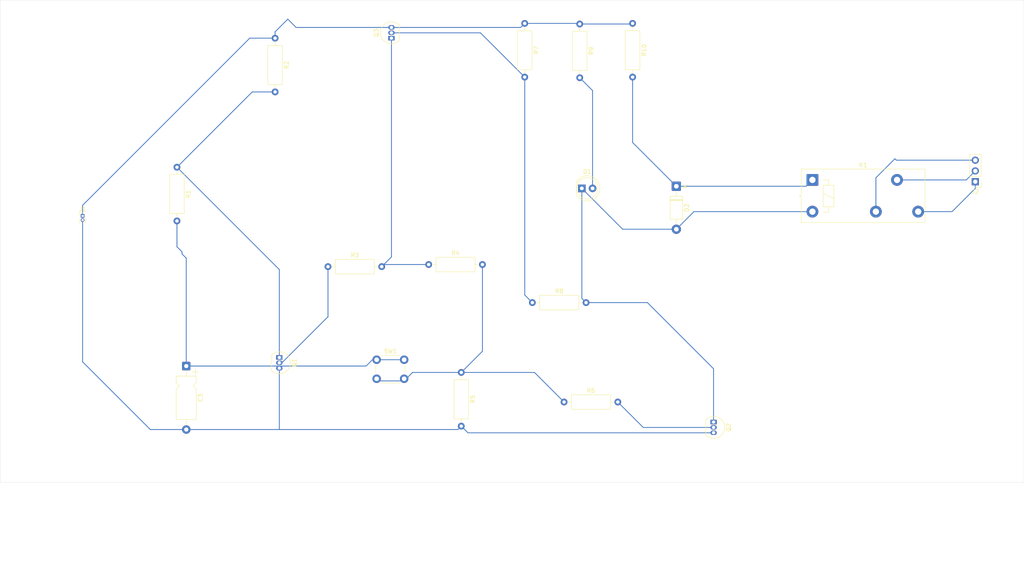
<source format=kicad_pcb>
(kicad_pcb (version 20241229) (generator "pcbnew") (generator_version "9.0")
  (layers (0 "F.Cu" signal) (2 "B.Cu" signal) (13 "F.Paste" user) (15 "B.Paste" user) (5 "F.SilkS" user "F.Silkscreen") (7 "B.SilkS" user "B.Silkscreen") (1 "F.Mask" user) (3 "B.Mask" user) (25 "Edge.Cuts" user))
  (net 0 "")
  (net 1 "Net-(C3-Pad1)")
  (net 2 "GND")
  (net 3 "Net-(D1-A)")
  (net 4 "Net-(D1-K)")
  (net 5 "Net-(D2-K)")
  (net 6 "VCC")
  (net 7 "Net-(J2-Pin_2)")
  (net 8 "Net-(J2-Pin_3)")
  (net 9 "Net-(J2-Pin_1)")
  (net 10 "Net-(Q1-C)")
  (net 11 "Net-(Q1-B)")
  (net 12 "Net-(Q2-B)")
  (net 13 "Net-(Q3-C)")
  (net 14 "Net-(Q3-B)")
  (net 15 "Net-(R4-Pad2)")
  (footprint "Resistor_THT:R_Axial_DIN0309_L9.0mm_D3.2mm_P12.70mm_Horizontal" (layer "F.Cu") (at 139.3 80.5)
    (property "Reference" "R4" (at 6.35 -2.72 0) (layer "F.SilkS"))
    (property "Value" "R")
    (fp_line (start 1.04 0) (end 1.73 0) (stroke (width 0.12)) (layer "F.SilkS"))
    (fp_line (start 11.66 0) (end 10.97 0) (stroke (width 0.12)) (layer "F.SilkS"))
    (fp_rect (start 1.73 -1.72) (end 10.97 1.72) (stroke (width 0.12)) (fill no) (layer "F.SilkS"))
    (pad "1" thru_hole circle (at 0 0) (size 1.6 1.6) (drill 0.8) (layers "*.Cu" "*.Mask") (net 13 "Net-(Q3-C)"))
    (pad "2" thru_hole circle (at 12.7 0) (size 1.6 1.6) (drill 0.8) (layers "*.Cu" "*.Mask") (net 15 "Net-(R4-Pad2)"))
  )
  (footprint "Resistor_THT:R_Axial_DIN0309_L9.0mm_D3.2mm_P12.70mm_Horizontal" (layer "F.Cu") (at 79.8 57.5 -90)
    (property "Reference" "R1" (at 6.35 -2.72 90) (layer "F.SilkS"))
    (property "Value" "R")
    (fp_line (start 1.04 0) (end 1.73 0) (stroke (width 0.12)) (layer "F.SilkS"))
    (fp_line (start 11.66 0) (end 10.97 0) (stroke (width 0.12)) (layer "F.SilkS"))
    (fp_rect (start 1.73 -1.72) (end 10.97 1.72) (stroke (width 0.12)) (fill no) (layer "F.SilkS"))
    (pad "1" thru_hole circle (at 0 0 270) (size 1.6 1.6) (drill 0.8) (layers "*.Cu" "*.Mask") (net 10 "Net-(Q1-C)"))
    (pad "2" thru_hole circle (at 12.7 0 270) (size 1.6 1.6) (drill 0.8) (layers "*.Cu" "*.Mask") (net 1 "Net-(C3-Pad1)"))
  )
  (footprint "Button_Switch_THT:SW_PUSH_6mm" (layer "F.Cu") (at 127 103)
    (property "Reference" "SW1" (at 3.25 -2 0) (layer "F.SilkS"))
    (property "Value" "SW_Push")
    (fp_line (start -0.25 1.5) (end -0.25 3) (stroke (width 0.12)) (layer "F.SilkS"))
    (fp_line (start 1 5.5) (end 5.5 5.5) (stroke (width 0.12)) (layer "F.SilkS"))
    (fp_line (start 5.5 -1) (end 1 -1) (stroke (width 0.12)) (layer "F.SilkS"))
    (fp_line (start 6.75 3) (end 6.75 1.5) (stroke (width 0.12)) (layer "F.SilkS"))
    (pad "1" thru_hole circle (at 0 0 90) (size 2 2) (drill 1.1) (layers "*.Cu" "*.Mask") (net 1 "Net-(C3-Pad1)"))
    (pad "1" thru_hole circle (at 6.5 0 90) (size 2 2) (drill 1.1) (layers "*.Cu" "*.Mask") (net 1 "Net-(C3-Pad1)"))
    (pad "2" thru_hole circle (at 0 4.5 90) (size 2 2) (drill 1.1) (layers "*.Cu" "*.Mask") (net 15 "Net-(R4-Pad2)"))
    (pad "2" thru_hole circle (at 6.5 4.5 90) (size 2 2) (drill 1.1) (layers "*.Cu" "*.Mask") (net 15 "Net-(R4-Pad2)"))
  )
  (footprint "Resistor_THT:R_Axial_DIN0309_L9.0mm_D3.2mm_P12.70mm_Horizontal" (layer "F.Cu") (at 171.3 113)
    (property "Reference" "R6" (at 6.35 -2.72 0) (layer "F.SilkS"))
    (property "Value" "R")
    (fp_line (start 1.04 0) (end 1.73 0) (stroke (width 0.12)) (layer "F.SilkS"))
    (fp_line (start 11.66 0) (end 10.97 0) (stroke (width 0.12)) (layer "F.SilkS"))
    (fp_rect (start 1.73 -1.72) (end 10.97 1.72) (stroke (width 0.12)) (fill no) (layer "F.SilkS"))
    (pad "1" thru_hole circle (at 0 0) (size 1.6 1.6) (drill 0.8) (layers "*.Cu" "*.Mask") (net 15 "Net-(R4-Pad2)"))
    (pad "2" thru_hole circle (at 12.7 0) (size 1.6 1.6) (drill 0.8) (layers "*.Cu" "*.Mask") (net 12 "Net-(Q2-B)"))
  )
  (footprint "Capacitor_THT:CP_Axial_L10.0mm_D4.5mm_P15.00mm_Horizontal" (layer "F.Cu") (at 82 104.5 -90)
    (property "Reference" "C3" (at 7.5 -3.37 90) (layer "F.SilkS"))
    (property "Value" "C_Polarized_US")
    (fp_line (start 2.38 2.37) (end 3.88 2.37) (stroke (width 0.12)) (layer "F.SilkS"))
    (fp_line (start 3.88 2.37) (end 4.63 1.62) (stroke (width 0.12)) (layer "F.SilkS"))
    (fp_line (start 5.38 2.37) (end 12.62 2.37) (stroke (width 0.12)) (layer "F.SilkS"))
    (fp_line (start 4.63 1.62) (end 5.38 2.37) (stroke (width 0.12)) (layer "F.SilkS"))
    (fp_line (start 1.24 0) (end 2.38 0) (stroke (width 0.12)) (layer "F.SilkS"))
    (fp_line (start 13.76 0) (end 12.62 0) (stroke (width 0.12)) (layer "F.SilkS"))
    (fp_line (start 4.63 -1.62) (end 5.38 -2.37) (stroke (width 0.12)) (layer "F.SilkS"))
    (fp_line (start 0.63 -2.2) (end 2.13 -2.2) (stroke (width 0.12)) (layer "F.SilkS"))
    (fp_line (start 2.38 -2.37) (end 2.38 2.37) (stroke (width 0.12)) (layer "F.SilkS"))
    (fp_line (start 2.38 -2.37) (end 3.88 -2.37) (stroke (width 0.12)) (layer "F.SilkS"))
    (fp_line (start 3.88 -2.37) (end 4.63 -1.62) (stroke (width 0.12)) (layer "F.SilkS"))
    (fp_line (start 5.38 -2.37) (end 12.62 -2.37) (stroke (width 0.12)) (layer "F.SilkS"))
    (fp_line (start 12.62 -2.37) (end 12.62 2.37) (stroke (width 0.12)) (layer "F.SilkS"))
    (fp_line (start 1.38 -2.95) (end 1.38 -1.45) (stroke (width 0.12)) (layer "F.SilkS"))
    (pad "1" thru_hole roundrect (at 0 0 270) (size 2 2) (drill 1) (layers "*.Cu" "*.Mask") (roundrect_rratio 0.125) (net 1 "Net-(C3-Pad1)"))
    (pad "2" thru_hole circle (at 15 0 270) (size 2 2) (drill 1) (layers "*.Cu" "*.Mask") (net 2 "GND"))
  )
  (footprint "LED_THT:LED_D5.0mm" (layer "F.Cu") (at 175.5 62.5)
    (property "Reference" "D1" (at 1.27 -3.96 0) (layer "F.SilkS"))
    (property "Value" "LED")
    (fp_line (start -1.29 -1.545) (end -1.29 1.545) (stroke (width 0.12)) (layer "F.SilkS"))
    (fp_arc (start -1.29 -1.54483) (mid 2.071779 -2.880495) (end 4.26 0) (stroke (width 0.12)) (layer "F.SilkS"))
    (fp_arc (start 4.26 0) (mid 2.071779 2.880495) (end -1.29 1.54483) (stroke (width 0.12)) (layer "F.SilkS"))
    (fp_circle (center 1.27 0) (end 3.77 0) (stroke (width 0.12)) (fill no) (layer "F.SilkS"))
    (pad "1" thru_hole rect (at 0 0) (size 1.8 1.8) (drill 0.9) (layers "*.Cu" "*.Mask") (net 4 "Net-(D1-K)"))
    (pad "2" thru_hole circle (at 2.54 0) (size 1.8 1.8) (drill 0.9) (layers "*.Cu" "*.Mask") (net 3 "Net-(D1-A)"))
  )
  (footprint "Connector_PinHeader_1.00mm:PinHeader_1x02_P1.00mm_Vertical" (layer "F.Cu") (at 57.5 69)
    (property "Reference" "J1" (at 0 -1.61 0) (layer "F.SilkS"))
    (property "Value" "Conn_01x02_Pin")
    (fp_line (start -0.745 -0.735) (end 0 -0.735) (stroke (width 0.12)) (layer "F.SilkS"))
    (fp_line (start -0.745 0) (end -0.745 -0.735) (stroke (width 0.12)) (layer "F.SilkS"))
    (fp_line (start -0.745 0.735) (end -0.745 1.61) (stroke (width 0.12)) (layer "F.SilkS"))
    (fp_line (start -0.745 0.735) (end -0.685565 0.735) (stroke (width 0.12)) (layer "F.SilkS"))
    (fp_line (start -0.745 1.61) (end -0.41003 1.61) (stroke (width 0.12)) (layer "F.SilkS"))
    (fp_line (start 0.41003 1.61) (end 0.745 1.61) (stroke (width 0.12)) (layer "F.SilkS"))
    (fp_line (start 0.685565 0.735) (end 0.745 0.735) (stroke (width 0.12)) (layer "F.SilkS"))
    (fp_line (start 0.745 0.735) (end 0.745 1.61) (stroke (width 0.12)) (layer "F.SilkS"))
    (pad "1" thru_hole rect (at 0 0) (size 0.85 0.85) (drill 0.5) (layers "*.Cu" "*.Mask") (net 6 "VCC"))
    (pad "2" thru_hole circle (at 0 1) (size 0.85 0.85) (drill 0.5) (layers "*.Cu" "*.Mask") (net 2 "GND"))
  )
  (footprint "Package_TO_SOT_THT:TO-92_Inline" (layer "F.Cu") (at 206.64 117.73 -90)
    (property "Reference" "Q2" (at 1.27 -3.56 90) (layer "F.SilkS"))
    (property "Value" "BC547")
    (fp_line (start -0.53 1.85) (end 3.07 1.85) (stroke (width 0.12)) (layer "F.SilkS"))
    (fp_arc (start -0.568478 1.838478) (mid -1.132087 -0.994977) (end 1.27 -2.6) (stroke (width 0.12)) (layer "F.SilkS"))
    (fp_arc (start 1.27 -2.6) (mid 3.672087 -0.994977) (end 3.108478 1.838478) (stroke (width 0.12)) (layer "F.SilkS"))
    (pad "1" thru_hole rect (at 0 0 270) (size 1.05 1.5) (drill 0.75) (layers "*.Cu" "*.Mask") (net 4 "Net-(D1-K)"))
    (pad "2" thru_hole oval (at 1.27 0 270) (size 1.05 1.5) (drill 0.75) (layers "*.Cu" "*.Mask") (net 12 "Net-(Q2-B)"))
    (pad "3" thru_hole oval (at 2.54 0 270) (size 1.05 1.5) (drill 0.75) (layers "*.Cu" "*.Mask") (net 2 "GND"))
  )
  (footprint "Resistor_THT:R_Axial_DIN0309_L9.0mm_D3.2mm_P12.70mm_Horizontal" (layer "F.Cu") (at 175 23.65 -90)
    (property "Reference" "R9" (at 6.35 -2.72 90) (layer "F.SilkS"))
    (property "Value" "R")
    (fp_line (start 1.04 0) (end 1.73 0) (stroke (width 0.12)) (layer "F.SilkS"))
    (fp_line (start 11.66 0) (end 10.97 0) (stroke (width 0.12)) (layer "F.SilkS"))
    (fp_rect (start 1.73 -1.72) (end 10.97 1.72) (stroke (width 0.12)) (fill no) (layer "F.SilkS"))
    (pad "1" thru_hole circle (at 0 0 270) (size 1.6 1.6) (drill 0.8) (layers "*.Cu" "*.Mask") (net 6 "VCC"))
    (pad "2" thru_hole circle (at 12.7 0 270) (size 1.6 1.6) (drill 0.8) (layers "*.Cu" "*.Mask") (net 3 "Net-(D1-A)"))
  )
  (footprint "Resistor_THT:R_Axial_DIN0309_L9.0mm_D3.2mm_P12.70mm_Horizontal" (layer "F.Cu") (at 147 106 -90)
    (property "Reference" "R5" (at 6.35 -2.72 90) (layer "F.SilkS"))
    (property "Value" "R")
    (fp_line (start 1.04 0) (end 1.73 0) (stroke (width 0.12)) (layer "F.SilkS"))
    (fp_line (start 11.66 0) (end 10.97 0) (stroke (width 0.12)) (layer "F.SilkS"))
    (fp_rect (start 1.73 -1.72) (end 10.97 1.72) (stroke (width 0.12)) (fill no) (layer "F.SilkS"))
    (pad "1" thru_hole circle (at 0 0 270) (size 1.6 1.6) (drill 0.8) (layers "*.Cu" "*.Mask") (net 15 "Net-(R4-Pad2)"))
    (pad "2" thru_hole circle (at 12.7 0 270) (size 1.6 1.6) (drill 0.8) (layers "*.Cu" "*.Mask") (net 2 "GND"))
  )
  (footprint "Resistor_THT:R_Axial_DIN0309_L9.0mm_D3.2mm_P12.70mm_Horizontal" (layer "F.Cu") (at 163.8 89.5)
    (property "Reference" "R8" (at 6.35 -2.72 0) (layer "F.SilkS"))
    (property "Value" "R")
    (fp_line (start 1.04 0) (end 1.73 0) (stroke (width 0.12)) (layer "F.SilkS"))
    (fp_line (start 11.66 0) (end 10.97 0) (stroke (width 0.12)) (layer "F.SilkS"))
    (fp_rect (start 1.73 -1.72) (end 10.97 1.72) (stroke (width 0.12)) (fill no) (layer "F.SilkS"))
    (pad "1" thru_hole circle (at 0 0) (size 1.6 1.6) (drill 0.8) (layers "*.Cu" "*.Mask") (net 14 "Net-(Q3-B)"))
    (pad "2" thru_hole circle (at 12.7 0) (size 1.6 1.6) (drill 0.8) (layers "*.Cu" "*.Mask") (net 4 "Net-(D1-K)"))
  )
  (footprint "Relay_THT:Relay_SPDT_Finder_40.51" (layer "F.Cu") (at 230 60.5)
    (property "Reference" "K1" (at 12 -3.5 0) (layer "F.SilkS"))
    (property "Value" "Fujitsu_FTR-LYCA005x")
    (fp_line (start -2.62 -2.57) (end 26.62 -2.57) (stroke (width 0.12)) (layer "F.SilkS"))
    (fp_line (start -2.62 3.35) (end -2.62 -2.57) (stroke (width 0.12)) (layer "F.SilkS"))
    (fp_line (start -2.62 4.15) (end -2.62 10.07) (stroke (width 0.12)) (layer "F.SilkS"))
    (fp_line (start 2.54 0) (end 3.81 0) (stroke (width 0.12)) (layer "F.SilkS"))
    (fp_line (start 2.54 1.27) (end 3.81 1.27) (stroke (width 0.12)) (layer "F.SilkS"))
    (fp_line (start 2.54 3.175) (end 5.08 4.445) (stroke (width 0.12)) (layer "F.SilkS"))
    (fp_line (start 2.54 6.35) (end 2.54 1.27) (stroke (width 0.12)) (layer "F.SilkS"))
    (fp_line (start 3.81 0) (end 3.81 1.27) (stroke (width 0.12)) (layer "F.SilkS"))
    (fp_line (start 3.81 1.27) (end 5.08 1.27) (stroke (width 0.12)) (layer "F.SilkS"))
    (fp_line (start 3.81 6.35) (end 3.81 7.62) (stroke (width 0.12)) (layer "F.SilkS"))
    (fp_line (start 3.81 7.62) (end 2.54 7.62) (stroke (width 0.12)) (layer "F.SilkS"))
    (fp_line (start 5.08 1.27) (end 5.08 6.35) (stroke (width 0.12)) (layer "F.SilkS"))
    (fp_line (start 5.08 6.35) (end 2.54 6.35) (stroke (width 0.12)) (layer "F.SilkS"))
    (fp_line (start 26.62 -2.57) (end 26.62 6.9) (stroke (width 0.12)) (layer "F.SilkS"))
    (fp_line (start 26.62 10.07) (end -2.62 10.07) (stroke (width 0.12)) (layer "F.SilkS"))
    (fp_line (start 26.62 10.07) (end 26.62 8.1) (stroke (width 0.12)) (layer "F.SilkS"))
    (fp_poly (pts (xy -2.62 3.75) (xy -2.959411 3.95) (xy -2.959411 3.55) (xy -2.62 3.75)) (stroke (width 0.12)) (fill yes) (layer "F.SilkS"))
    (pad "11" thru_hole circle (at 20 0) (size 2.8 2.8) (drill 1.5) (layers "*.Cu" "*.Mask") (net 7 "Net-(J2-Pin_2)"))
    (pad "12" thru_hole circle (at 15 7.5) (size 2.8 2.8) (drill 1.5) (layers "*.Cu" "*.Mask") (net 8 "Net-(J2-Pin_3)"))
    (pad "14" thru_hole circle (at 25 7.5) (size 2.8 2.8) (drill 1.5) (layers "*.Cu" "*.Mask") (net 9 "Net-(J2-Pin_1)"))
    (pad "A1" thru_hole roundrect (at 0 0) (size 2.8 2.8) (drill 1.5) (layers "*.Cu" "*.Mask") (roundrect_rratio 0.08928571429) (net 5 "Net-(D2-K)"))
    (pad "A2" thru_hole circle (at 0 7.5) (size 2.8 2.8) (drill 1.5) (layers "*.Cu" "*.Mask") (net 4 "Net-(D1-K)"))
  )
  (footprint "Connector_PinHeader_2.54mm:PinHeader_1x03_P2.54mm_Vertical" (layer "F.Cu") (at 268.5 60.92 180)
    (property "Reference" "J2" (at 0 -2.38 0) (layer "F.SilkS"))
    (property "Value" "Conn_01x03_Pin")
    (fp_line (start 1.38 1.27) (end 1.38 6.46) (stroke (width 0.12)) (layer "F.SilkS"))
    (fp_line (start -1.38 6.46) (end 1.38 6.46) (stroke (width 0.12)) (layer "F.SilkS"))
    (fp_line (start -1.38 1.27) (end 1.38 1.27) (stroke (width 0.12)) (layer "F.SilkS"))
    (fp_line (start -1.38 1.27) (end -1.38 6.46) (stroke (width 0.12)) (layer "F.SilkS"))
    (fp_line (start -1.38 0) (end -1.38 -1.38) (stroke (width 0.12)) (layer "F.SilkS"))
    (fp_line (start -1.38 -1.38) (end 0 -1.38) (stroke (width 0.12)) (layer "F.SilkS"))
    (pad "1" thru_hole rect (at 0 0 180) (size 1.7 1.7) (drill 1) (layers "*.Cu" "*.Mask") (net 9 "Net-(J2-Pin_1)"))
    (pad "2" thru_hole circle (at 0 2.54 180) (size 1.7 1.7) (drill 1) (layers "*.Cu" "*.Mask") (net 7 "Net-(J2-Pin_2)"))
    (pad "3" thru_hole circle (at 0 5.08 180) (size 1.7 1.7) (drill 1) (layers "*.Cu" "*.Mask") (net 8 "Net-(J2-Pin_3)"))
  )
  (footprint "Package_TO_SOT_THT:TO-92_Inline" (layer "F.Cu") (at 130.5 27 90)
    (property "Reference" "Q3" (at 1.27 -3.56 90) (layer "F.SilkS"))
    (property "Value" "BC557")
    (fp_line (start -0.53 1.85) (end 3.07 1.85) (stroke (width 0.12)) (layer "F.SilkS"))
    (fp_arc (start 1.27 -2.6) (mid 3.672087 -0.994977) (end 3.108478 1.838478) (stroke (width 0.12)) (layer "F.SilkS"))
    (fp_arc (start -0.568478 1.838478) (mid -1.132087 -0.994977) (end 1.27 -2.6) (stroke (width 0.12)) (layer "F.SilkS"))
    (pad "1" thru_hole rect (at 0 0 90) (size 1.05 1.5) (drill 0.75) (layers "*.Cu" "*.Mask") (net 13 "Net-(Q3-C)"))
    (pad "2" thru_hole oval (at 1.27 0 90) (size 1.05 1.5) (drill 0.75) (layers "*.Cu" "*.Mask") (net 14 "Net-(Q3-B)"))
    (pad "3" thru_hole oval (at 2.54 0 90) (size 1.05 1.5) (drill 0.75) (layers "*.Cu" "*.Mask") (net 6 "VCC"))
  )
  (footprint "Diode_THT:D_DO-41_SOD81_P10.16mm_Horizontal" (layer "F.Cu") (at 197.84 62 -90)
    (property "Reference" "D2" (at 5.08 -2.47 90) (layer "F.SilkS"))
    (property "Value" "1N4007")
    (fp_line (start 1.34 0) (end 2.36 0) (stroke (width 0.12)) (layer "F.SilkS"))
    (fp_line (start 8.82 0) (end 7.8 0) (stroke (width 0.12)) (layer "F.SilkS"))
    (fp_line (start 3.14 -1.47) (end 3.14 1.47) (stroke (width 0.12)) (layer "F.SilkS"))
    (fp_line (start 3.26 -1.47) (end 3.26 1.47) (stroke (width 0.12)) (layer "F.SilkS"))
    (fp_line (start 3.38 -1.47) (end 3.38 1.47) (stroke (width 0.12)) (layer "F.SilkS"))
    (fp_rect (start 2.36 -1.47) (end 7.8 1.47) (stroke (width 0.12)) (fill no) (layer "F.SilkS"))
    (fp_text user "K" (at 0 -2.1 90) (layer "F.SilkS"))
    (pad "1" thru_hole roundrect (at 0 0 270) (size 2.2 2.2) (drill 1.1) (layers "*.Cu" "*.Mask") (roundrect_rratio 0.113636) (net 5 "Net-(D2-K)"))
    (pad "2" thru_hole circle (at 10.16 0 270) (size 2.2 2.2) (drill 1.1) (layers "*.Cu" "*.Mask") (net 4 "Net-(D1-K)"))
  )
  (footprint "Resistor_THT:R_Axial_DIN0309_L9.0mm_D3.2mm_P12.70mm_Horizontal" (layer "F.Cu") (at 162 23.5 -90)
    (property "Reference" "R7" (at 6.35 -2.72 90) (layer "F.SilkS"))
    (property "Value" "R")
    (fp_line (start 1.04 0) (end 1.73 0) (stroke (width 0.12)) (layer "F.SilkS"))
    (fp_line (start 11.66 0) (end 10.97 0) (stroke (width 0.12)) (layer "F.SilkS"))
    (fp_rect (start 1.73 -1.72) (end 10.97 1.72) (stroke (width 0.12)) (fill no) (layer "F.SilkS"))
    (pad "1" thru_hole circle (at 0 0 270) (size 1.6 1.6) (drill 0.8) (layers "*.Cu" "*.Mask") (net 6 "VCC"))
    (pad "2" thru_hole circle (at 12.7 0 270) (size 1.6 1.6) (drill 0.8) (layers "*.Cu" "*.Mask") (net 14 "Net-(Q3-B)"))
  )
  (footprint "Package_TO_SOT_THT:TO-92_Inline" (layer "F.Cu") (at 104 102.46 -90)
    (property "Reference" "Q1" (at 1.27 -3.56 90) (layer "F.SilkS"))
    (property "Value" "BC547")
    (fp_line (start -0.53 1.85) (end 3.07 1.85) (stroke (width 0.12)) (layer "F.SilkS"))
    (fp_arc (start -0.568478 1.838478) (mid -1.132087 -0.994977) (end 1.27 -2.6) (stroke (width 0.12)) (layer "F.SilkS"))
    (fp_arc (start 1.27 -2.6) (mid 3.672087 -0.994977) (end 3.108478 1.838478) (stroke (width 0.12)) (layer "F.SilkS"))
    (pad "1" thru_hole rect (at 0 0 270) (size 1.05 1.5) (drill 0.75) (layers "*.Cu" "*.Mask") (net 10 "Net-(Q1-C)"))
    (pad "2" thru_hole oval (at 1.27 0 270) (size 1.05 1.5) (drill 0.75) (layers "*.Cu" "*.Mask") (net 11 "Net-(Q1-B)"))
    (pad "3" thru_hole oval (at 2.54 0 270) (size 1.05 1.5) (drill 0.75) (layers "*.Cu" "*.Mask") (net 2 "GND"))
  )
  (footprint "Resistor_THT:R_Axial_DIN0309_L9.0mm_D3.2mm_P12.70mm_Horizontal" (layer "F.Cu") (at 115.5 81)
    (property "Reference" "R3" (at 6.35 -2.72 0) (layer "F.SilkS"))
    (property "Value" "R")
    (fp_line (start 1.04 0) (end 1.73 0) (stroke (width 0.12)) (layer "F.SilkS"))
    (fp_line (start 11.66 0) (end 10.97 0) (stroke (width 0.12)) (layer "F.SilkS"))
    (fp_rect (start 1.73 -1.72) (end 10.97 1.72) (stroke (width 0.12)) (fill no) (layer "F.SilkS"))
    (pad "1" thru_hole circle (at 0 0) (size 1.6 1.6) (drill 0.8) (layers "*.Cu" "*.Mask") (net 11 "Net-(Q1-B)"))
    (pad "2" thru_hole circle (at 12.7 0) (size 1.6 1.6) (drill 0.8) (layers "*.Cu" "*.Mask") (net 13 "Net-(Q3-C)"))
  )
  (footprint "Resistor_THT:R_Axial_DIN0309_L9.0mm_D3.2mm_P12.70mm_Horizontal" (layer "F.Cu") (at 187.5 23.5 -90)
    (property "Reference" "R10" (at 6.35 -2.72 90) (layer "F.SilkS"))
    (property "Value" "R")
    (fp_line (start 1.04 0) (end 1.73 0) (stroke (width 0.12)) (layer "F.SilkS"))
    (fp_line (start 11.66 0) (end 10.97 0) (stroke (width 0.12)) (layer "F.SilkS"))
    (fp_rect (start 1.73 -1.72) (end 10.97 1.72) (stroke (width 0.12)) (fill no) (layer "F.SilkS"))
    (pad "1" thru_hole circle (at 0 0 270) (size 1.6 1.6) (drill 0.8) (layers "*.Cu" "*.Mask") (net 6 "VCC"))
    (pad "2" thru_hole circle (at 12.7 0 270) (size 1.6 1.6) (drill 0.8) (layers "*.Cu" "*.Mask") (net 5 "Net-(D2-K)"))
  )
  (footprint "Resistor_THT:R_Axial_DIN0309_L9.0mm_D3.2mm_P12.70mm_Horizontal" (layer "F.Cu") (at 103 27 -90)
    (property "Reference" "R2" (at 6.35 -2.72 90) (layer "F.SilkS"))
    (property "Value" "R")
    (fp_line (start 1.04 0) (end 1.73 0) (stroke (width 0.12)) (layer "F.SilkS"))
    (fp_line (start 11.66 0) (end 10.97 0) (stroke (width 0.12)) (layer "F.SilkS"))
    (fp_rect (start 1.73 -1.72) (end 10.97 1.72) (stroke (width 0.12)) (fill no) (layer "F.SilkS"))
    (pad "1" thru_hole circle (at 0 0 270) (size 1.6 1.6) (drill 0.8) (layers "*.Cu" "*.Mask") (net 6 "VCC"))
    (pad "2" thru_hole circle (at 12.7 0 270) (size 1.6 1.6) (drill 0.8) (layers "*.Cu" "*.Mask") (net 10 "Net-(Q1-C)"))
  )
  (gr_rect (start 38 18) (end 280 132) (stroke (width 0.05)) (fill no) (layer "Edge.Cuts"))
  (gr_rect (start 145.5 152.5) (end 147.5 152.5) (stroke (width 0.05)) (fill no) (layer "Edge.Cuts"))
  (segment (start 127 103) (end 126 103) (width 0.2) (layer "B.Cu") (net 1))
  (segment (start 126 103) (end 124.5 104.5) (width 0.2) (layer "B.Cu") (net 1))
  (segment (start 124.5 104.5) (end 82 104.5) (width 0.2) (layer "B.Cu") (net 1))
  (segment (start 79.8 76.3) (end 81 77.5) (width 0.2) (layer "B.Cu") (net 1))
  (segment (start 79.8 70.2) (end 79.8 76.3) (width 0.2) (layer "B.Cu") (net 1))
  (segment (start 81 77.5) (end 81 78) (width 0.2) (layer "B.Cu") (net 1))
  (segment (start 133.5 103) (end 127 103) (width 0.2) (layer "B.Cu") (net 1))
  (segment (start 82 79) (end 82 104.5) (width 0.2) (layer "B.Cu") (net 1))
  (segment (start 81 78) (end 82 79) (width 0.2) (layer "B.Cu") (net 1))
  (segment (start 57.5 103.5) (end 73.5 119.5) (width 0.2) (layer "B.Cu") (net 2))
  (segment (start 104 119.5) (end 146.200001 119.499999) (width 0.2) (layer "B.Cu") (net 2))
  (segment (start 206.64 120.27) (end 148.57 120.27) (width 0.2) (layer "B.Cu") (net 2))
  (segment (start 57.5 70) (end 57.5 103.5) (width 0.2) (layer "B.Cu") (net 2))
  (segment (start 148.57 120.27) (end 147 118.7) (width 0.2) (layer "B.Cu") (net 2))
  (segment (start 104 105) (end 104 119.5) (width 0.2) (layer "B.Cu") (net 2))
  (segment (start 82 119.5) (end 104 119.5) (width 0.2) (layer "B.Cu") (net 2))
  (segment (start 146.200001 119.499999) (end 147 118.7) (width 0.2) (layer "B.Cu") (net 2))
  (segment (start 73.5 119.5) (end 82 119.5) (width 0.2) (layer "B.Cu") (net 2))
  (segment (start 178.04 62.5) (end 178.04 39.39) (width 0.2) (layer "B.Cu") (net 3))
  (segment (start 178.04 39.39) (end 175 36.35) (width 0.2) (layer "B.Cu") (net 3))
  (segment (start 175.5 88.5) (end 176.5 89.5) (width 0.2) (layer "B.Cu") (net 4))
  (segment (start 206.64 105.14) (end 191 89.5) (width 0.2) (layer "B.Cu") (net 4))
  (segment (start 191 89.5) (end 176.5 89.5) (width 0.2) (layer "B.Cu") (net 4))
  (segment (start 202 68) (end 230 68) (width 0.2) (layer "B.Cu") (net 4))
  (segment (start 175.5 62.5) (end 185.16 72.16) (width 0.2) (layer "B.Cu") (net 4))
  (segment (start 185.16 72.16) (end 197.84 72.16) (width 0.2) (layer "B.Cu") (net 4))
  (segment (start 197.84 72.16) (end 202 68) (width 0.2) (layer "B.Cu") (net 4))
  (segment (start 175.5 62.5) (end 175.5 88.5) (width 0.2) (layer "B.Cu") (net 4))
  (segment (start 206.64 117.73) (end 206.64 105.14) (width 0.2) (layer "B.Cu") (net 4))
  (segment (start 197.84 62) (end 228.5 62) (width 0.2) (layer "B.Cu") (net 5))
  (segment (start 187.5 36.2) (end 187.5 51.66) (width 0.2) (layer "B.Cu") (net 5))
  (segment (start 187.5 51.66) (end 197.84 62) (width 0.2) (layer "B.Cu") (net 5))
  (segment (start 228.5 62) (end 230 60.5) (width 0.2) (layer "B.Cu") (net 5))
  (segment (start 106 22.5) (end 107.96 24.46) (width 0.2) (layer "B.Cu") (net 6))
  (segment (start 103 25.5) (end 106 22.5) (width 0.2) (layer "B.Cu") (net 6))
  (segment (start 162 23.5) (end 174.85 23.5) (width 0.2) (layer "B.Cu") (net 6))
  (segment (start 175 23.65) (end 187.35 23.65) (width 0.2) (layer "B.Cu") (net 6))
  (segment (start 97 27) (end 57.5 66.5) (width 0.2) (layer "B.Cu") (net 6))
  (segment (start 107.96 24.46) (end 130.5 24.46) (width 0.2) (layer "B.Cu") (net 6))
  (segment (start 103 27) (end 103 25.5) (width 0.2) (layer "B.Cu") (net 6))
  (segment (start 187.35 23.65) (end 187.5 23.5) (width 0.2) (layer "B.Cu") (net 6))
  (segment (start 130.5 24.46) (end 161.04 24.46) (width 0.2) (layer "B.Cu") (net 6))
  (segment (start 174.85 23.5) (end 175 23.65) (width 0.2) (layer "B.Cu") (net 6))
  (segment (start 161.04 24.46) (end 162 23.5) (width 0.2) (layer "B.Cu") (net 6))
  (segment (start 57.5 69) (end 57.5 66.5) (width 0.2) (layer "B.Cu") (net 6))
  (segment (start 103 27) (end 97 27) (width 0.2) (layer "B.Cu") (net 6))
  (segment (start 250 60.5) (end 266.38 60.5) (width 0.2) (layer "B.Cu") (net 7))
  (segment (start 266.38 60.5) (end 268.5 58.38) (width 0.2) (layer "B.Cu") (net 7))
  (segment (start 249.84 55.84) (end 249.5 55.5) (width 0.2) (layer "B.Cu") (net 8))
  (segment (start 249.5 55.5) (end 245 60) (width 0.2) (layer "B.Cu") (net 8))
  (segment (start 268.5 55.84) (end 249.84 55.84) (width 0.2) (layer "B.Cu") (net 8))
  (segment (start 245 60) (end 245 68) (width 0.2) (layer "B.Cu") (net 8))
  (segment (start 263 68) (end 255 68) (width 0.2) (layer "B.Cu") (net 9))
  (segment (start 268.5 60.92) (end 268.5 62.5) (width 0.2) (layer "B.Cu") (net 9))
  (segment (start 268.5 62.5) (end 263 68) (width 0.2) (layer "B.Cu") (net 9))
  (segment (start 104 102.46) (end 104 81.7) (width 0.2) (layer "B.Cu") (net 10))
  (segment (start 97.6 39.7) (end 79.8 57.5) (width 0.2) (layer "B.Cu") (net 10))
  (segment (start 79.8 57.5) (end 104 81.7) (width 0.2) (layer "B.Cu") (net 10))
  (segment (start 103 39.7) (end 97.6 39.7) (width 0.2) (layer "B.Cu") (net 10))
  (segment (start 104.607 103.73) (end 104 103.73) (width 0.2) (layer "B.Cu") (net 11))
  (segment (start 115.5 81) (end 115.5 92.837) (width 0.2) (layer "B.Cu") (net 11))
  (segment (start 115.5 92.837) (end 104.607 103.73) (width 0.2) (layer "B.Cu") (net 11))
  (segment (start 190 119) (end 206.64 119) (width 0.2) (layer "B.Cu") (net 12))
  (segment (start 184 113) (end 190 119) (width 0.2) (layer "B.Cu") (net 12))
  (segment (start 130.5 78.7) (end 128.2 81) (width 0.2) (layer "B.Cu") (net 13))
  (segment (start 128.7 80.5) (end 128.2 81) (width 0.2) (layer "B.Cu") (net 13))
  (segment (start 130.5 27) (end 130.5 78.7) (width 0.2) (layer "B.Cu") (net 13))
  (segment (start 139.3 80.5) (end 128.7 80.5) (width 0.2) (layer "B.Cu") (net 13))
  (segment (start 162 87.7) (end 163.8 89.5) (width 0.2) (layer "B.Cu") (net 14))
  (segment (start 130.5 25.73) (end 151.53 25.73) (width 0.2) (layer "B.Cu") (net 14))
  (segment (start 151.53 25.73) (end 162 36.2) (width 0.2) (layer "B.Cu") (net 14))
  (segment (start 162 36.2) (end 162 87.7) (width 0.2) (layer "B.Cu") (net 14))
  (segment (start 135.5 106) (end 133.5 108) (width 0.2) (layer "B.Cu") (net 15))
  (segment (start 152 101) (end 147 106) (width 0.2) (layer "B.Cu") (net 15))
  (segment (start 127 108) (end 133.5 108) (width 0.2) (layer "B.Cu") (net 15))
  (segment (start 164.3 106) (end 171.3 113) (width 0.2) (layer "B.Cu") (net 15))
  (segment (start 152 80.5) (end 152 101) (width 0.2) (layer "B.Cu") (net 15))
  (segment (start 147 106) (end 135.5 106) (width 0.2) (layer "B.Cu") (net 15))
  (segment (start 147 106) (end 164.3 106) (width 0.2) (layer "B.Cu") (net 15))
)
</source>
